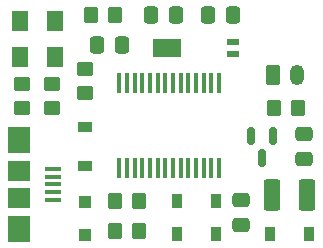
<source format=gbs>
%TF.GenerationSoftware,KiCad,Pcbnew,(6.0.7)*%
%TF.CreationDate,2022-10-10T13:15:42-04:00*%
%TF.ProjectId,dumbwatch,64756d62-7761-4746-9368-2e6b69636164,rev?*%
%TF.SameCoordinates,Original*%
%TF.FileFunction,Soldermask,Bot*%
%TF.FilePolarity,Negative*%
%FSLAX46Y46*%
G04 Gerber Fmt 4.6, Leading zero omitted, Abs format (unit mm)*
G04 Created by KiCad (PCBNEW (6.0.7)) date 2022-10-10 13:15:42*
%MOMM*%
%LPD*%
G01*
G04 APERTURE LIST*
G04 Aperture macros list*
%AMRoundRect*
0 Rectangle with rounded corners*
0 $1 Rounding radius*
0 $2 $3 $4 $5 $6 $7 $8 $9 X,Y pos of 4 corners*
0 Add a 4 corners polygon primitive as box body*
4,1,4,$2,$3,$4,$5,$6,$7,$8,$9,$2,$3,0*
0 Add four circle primitives for the rounded corners*
1,1,$1+$1,$2,$3*
1,1,$1+$1,$4,$5*
1,1,$1+$1,$6,$7*
1,1,$1+$1,$8,$9*
0 Add four rect primitives between the rounded corners*
20,1,$1+$1,$2,$3,$4,$5,0*
20,1,$1+$1,$4,$5,$6,$7,0*
20,1,$1+$1,$6,$7,$8,$9,0*
20,1,$1+$1,$8,$9,$2,$3,0*%
G04 Aperture macros list end*
%ADD10RoundRect,0.150000X-0.150000X0.587500X-0.150000X-0.587500X0.150000X-0.587500X0.150000X0.587500X0*%
%ADD11R,1.400000X0.400000*%
%ADD12R,1.900000X2.300000*%
%ADD13R,1.900000X1.800000*%
%ADD14R,1.100000X0.600000*%
%ADD15R,2.400000X1.500000*%
%ADD16RoundRect,0.250001X0.462499X1.074999X-0.462499X1.074999X-0.462499X-1.074999X0.462499X-1.074999X0*%
%ADD17R,0.450000X1.750000*%
%ADD18RoundRect,0.250000X-0.350000X-0.450000X0.350000X-0.450000X0.350000X0.450000X-0.350000X0.450000X0*%
%ADD19RoundRect,0.250000X0.475000X-0.337500X0.475000X0.337500X-0.475000X0.337500X-0.475000X-0.337500X0*%
%ADD20R,0.900000X1.200000*%
%ADD21R,1.100000X1.100000*%
%ADD22R,1.200000X0.900000*%
%ADD23RoundRect,0.250000X-0.475000X0.337500X-0.475000X-0.337500X0.475000X-0.337500X0.475000X0.337500X0*%
%ADD24RoundRect,0.250000X0.450000X-0.350000X0.450000X0.350000X-0.450000X0.350000X-0.450000X-0.350000X0*%
%ADD25RoundRect,0.250000X0.350000X0.450000X-0.350000X0.450000X-0.350000X-0.450000X0.350000X-0.450000X0*%
%ADD26RoundRect,0.250000X-0.337500X-0.475000X0.337500X-0.475000X0.337500X0.475000X-0.337500X0.475000X0*%
%ADD27RoundRect,0.250001X0.462499X0.624999X-0.462499X0.624999X-0.462499X-0.624999X0.462499X-0.624999X0*%
%ADD28RoundRect,0.250000X-0.450000X0.350000X-0.450000X-0.350000X0.450000X-0.350000X0.450000X0.350000X0*%
%ADD29RoundRect,0.250000X-0.350000X-0.625000X0.350000X-0.625000X0.350000X0.625000X-0.350000X0.625000X0*%
%ADD30O,1.200000X1.750000*%
G04 APERTURE END LIST*
D10*
X124460000Y-128953500D03*
X125410000Y-127078500D03*
X123510000Y-127078500D03*
D11*
X106706000Y-132491000D03*
X106706000Y-131841000D03*
X106706000Y-131191000D03*
X106706000Y-130541000D03*
X106706000Y-129891000D03*
D12*
X103856000Y-127441000D03*
D13*
X103856000Y-130041000D03*
D12*
X103856000Y-134941000D03*
D13*
X103856000Y-132341000D03*
D14*
X121997000Y-120134000D03*
X121997000Y-119134000D03*
D15*
X116397000Y-119634000D03*
D16*
X125258500Y-132080000D03*
X128233500Y-132080000D03*
D17*
X112361000Y-129838000D03*
X113011000Y-129838000D03*
X113661000Y-129838000D03*
X114311000Y-129838000D03*
X114961000Y-129838000D03*
X115611000Y-129838000D03*
X116261000Y-129838000D03*
X116911000Y-129838000D03*
X117561000Y-129838000D03*
X118211000Y-129838000D03*
X118861000Y-129838000D03*
X119511000Y-129838000D03*
X120161000Y-129838000D03*
X120811000Y-129838000D03*
X120811000Y-122638000D03*
X120161000Y-122638000D03*
X119511000Y-122638000D03*
X118861000Y-122638000D03*
X118211000Y-122638000D03*
X117561000Y-122638000D03*
X116911000Y-122638000D03*
X116261000Y-122638000D03*
X115611000Y-122638000D03*
X114961000Y-122638000D03*
X114311000Y-122638000D03*
X113661000Y-122638000D03*
X113011000Y-122638000D03*
X112361000Y-122638000D03*
D18*
X127492000Y-124739400D03*
X125492000Y-124739400D03*
D19*
X128016000Y-126978500D03*
X128016000Y-129053500D03*
D20*
X117222000Y-132588000D03*
X120522000Y-132588000D03*
D21*
X109474000Y-132712000D03*
X109474000Y-135512000D03*
D20*
X125096000Y-135382000D03*
X128396000Y-135382000D03*
D22*
X109474000Y-129666000D03*
X109474000Y-126366000D03*
D18*
X112030000Y-132588000D03*
X114030000Y-132588000D03*
D23*
X122682000Y-134641500D03*
X122682000Y-132566500D03*
D24*
X109474000Y-121428000D03*
X109474000Y-123428000D03*
D25*
X112030000Y-135128000D03*
X114030000Y-135128000D03*
D20*
X120522000Y-135382000D03*
X117222000Y-135382000D03*
D26*
X115040500Y-116840000D03*
X117115500Y-116840000D03*
X121941500Y-116840000D03*
X119866500Y-116840000D03*
D27*
X103922500Y-117348000D03*
X106897500Y-117348000D03*
D26*
X110468500Y-119380000D03*
X112543500Y-119380000D03*
D24*
X104140000Y-124714000D03*
X104140000Y-122714000D03*
D28*
X106680000Y-124698000D03*
X106680000Y-122698000D03*
D18*
X109998000Y-116840000D03*
X111998000Y-116840000D03*
D27*
X106897500Y-120396000D03*
X103922500Y-120396000D03*
D29*
X125365000Y-121920000D03*
D30*
X127365000Y-121920000D03*
M02*

</source>
